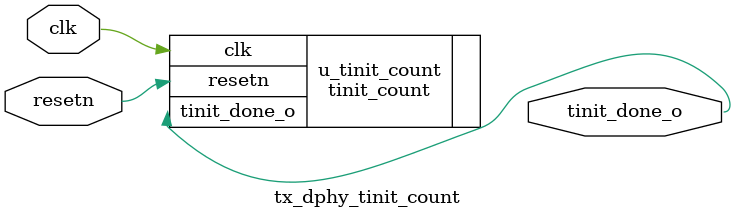
<source format=v>

module tx_dphy_tinit_count (
input  wire clk,
input  wire resetn,
output wire tinit_done_o
);

tinit_count #(
  .TINIT_VALUE  (1000)
)
u_tinit_count (
  .clk          (clk),
  .resetn       (resetn),
  .tinit_done_o (tinit_done_o)
);

endmodule



</source>
